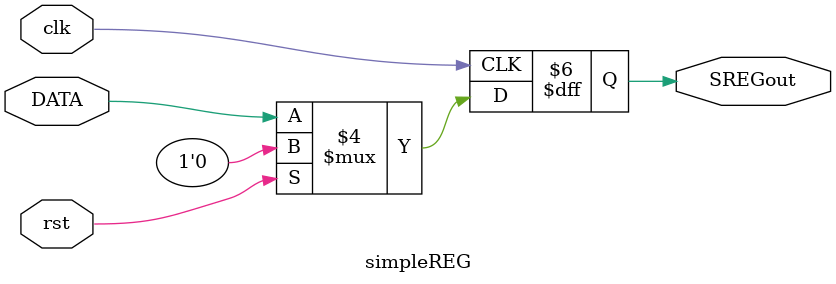
<source format=v>
module simpleREG #(parameter W=1) (DATA,clk,rst,SREGout);
input rst,clk;
input [W-1:0] DATA;
output reg [W-1:0] SREGout;


always @(posedge clk)
begin
	if(rst==1)
		begin
			SREGout<=0;
		end
	else
		begin
		
			SREGout<=DATA;
		end

end

endmodule
</source>
